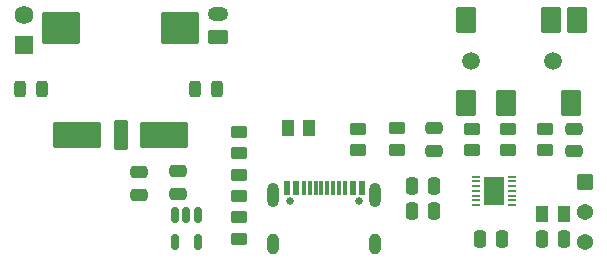
<source format=gbr>
%TF.GenerationSoftware,KiCad,Pcbnew,7.0.7*%
%TF.CreationDate,2024-02-01T23:59:20-06:00*%
%TF.ProjectId,Md-rev-1,4d642d72-6576-42d3-912e-6b696361645f,rev?*%
%TF.SameCoordinates,Original*%
%TF.FileFunction,Soldermask,Top*%
%TF.FilePolarity,Negative*%
%FSLAX46Y46*%
G04 Gerber Fmt 4.6, Leading zero omitted, Abs format (unit mm)*
G04 Created by KiCad (PCBNEW 7.0.7) date 2024-02-01 23:59:20*
%MOMM*%
%LPD*%
G01*
G04 APERTURE LIST*
G04 Aperture macros list*
%AMRoundRect*
0 Rectangle with rounded corners*
0 $1 Rounding radius*
0 $2 $3 $4 $5 $6 $7 $8 $9 X,Y pos of 4 corners*
0 Add a 4 corners polygon primitive as box body*
4,1,4,$2,$3,$4,$5,$6,$7,$8,$9,$2,$3,0*
0 Add four circle primitives for the rounded corners*
1,1,$1+$1,$2,$3*
1,1,$1+$1,$4,$5*
1,1,$1+$1,$6,$7*
1,1,$1+$1,$8,$9*
0 Add four rect primitives between the rounded corners*
20,1,$1+$1,$2,$3,$4,$5,0*
20,1,$1+$1,$4,$5,$6,$7,0*
20,1,$1+$1,$6,$7,$8,$9,0*
20,1,$1+$1,$8,$9,$2,$3,0*%
G04 Aperture macros list end*
%ADD10RoundRect,0.250000X-0.475000X0.250000X-0.475000X-0.250000X0.475000X-0.250000X0.475000X0.250000X0*%
%ADD11RoundRect,0.250000X-0.450000X0.262500X-0.450000X-0.262500X0.450000X-0.262500X0.450000X0.262500X0*%
%ADD12RoundRect,0.250000X-0.250000X-0.475000X0.250000X-0.475000X0.250000X0.475000X-0.250000X0.475000X0*%
%ADD13RoundRect,0.250000X0.450000X-0.262500X0.450000X0.262500X-0.450000X0.262500X-0.450000X-0.262500X0*%
%ADD14RoundRect,0.102000X-0.580000X0.580000X-0.580000X-0.580000X0.580000X-0.580000X0.580000X0.580000X0*%
%ADD15RoundRect,0.243750X0.243750X0.456250X-0.243750X0.456250X-0.243750X-0.456250X0.243750X-0.456250X0*%
%ADD16C,1.500000*%
%ADD17RoundRect,0.102000X-0.750000X1.000000X-0.750000X-1.000000X0.750000X-1.000000X0.750000X1.000000X0*%
%ADD18RoundRect,0.150000X-0.150000X0.512500X-0.150000X-0.512500X0.150000X-0.512500X0.150000X0.512500X0*%
%ADD19C,1.364000*%
%ADD20R,1.117600X1.447800*%
%ADD21RoundRect,0.250000X0.475000X-0.250000X0.475000X0.250000X-0.475000X0.250000X-0.475000X-0.250000X0*%
%ADD22RoundRect,0.102000X-0.689000X-0.689000X0.689000X-0.689000X0.689000X0.689000X-0.689000X0.689000X0*%
%ADD23R,0.711200X0.203200*%
%ADD24R,1.701800X2.387600*%
%ADD25O,1.750000X1.200000*%
%ADD26RoundRect,0.102000X1.905000X1.015000X-1.905000X1.015000X-1.905000X-1.015000X1.905000X-1.015000X0*%
%ADD27RoundRect,0.102000X0.510000X1.145000X-0.510000X1.145000X-0.510000X-1.145000X0.510000X-1.145000X0*%
%ADD28RoundRect,0.102000X1.500000X1.250000X-1.500000X1.250000X-1.500000X-1.250000X1.500000X-1.250000X0*%
%ADD29C,1.582000*%
%ADD30RoundRect,0.250000X0.625000X-0.350000X0.625000X0.350000X-0.625000X0.350000X-0.625000X-0.350000X0*%
%ADD31C,0.650000*%
%ADD32R,0.600000X1.150000*%
%ADD33R,0.300000X1.150000*%
%ADD34O,1.000000X2.100000*%
%ADD35O,1.000000X1.800000*%
G04 APERTURE END LIST*
D10*
%TO.C,C1*%
X144530000Y-118330000D03*
X144530000Y-120230000D03*
%TD*%
D11*
%TO.C,R4*%
X149690000Y-118627500D03*
X149690000Y-120452500D03*
%TD*%
D12*
%TO.C,C3*%
X164310000Y-119610000D03*
X166210000Y-119610000D03*
%TD*%
D13*
%TO.C,R5*%
X149690000Y-124032500D03*
X149690000Y-122207500D03*
%TD*%
D14*
%TO.C,*%
X178940000Y-119260000D03*
%TD*%
D15*
%TO.C,D2*%
X133025000Y-111380000D03*
X131150000Y-111380000D03*
%TD*%
D13*
%TO.C,R3*%
X149690000Y-116822500D03*
X149690000Y-114997500D03*
%TD*%
D16*
%TO.C,J2*%
X176280000Y-109030000D03*
X169280000Y-109030000D03*
D17*
X168880000Y-112530000D03*
X168880000Y-105530000D03*
X172280000Y-112530000D03*
X176080000Y-105530000D03*
X178280000Y-105530000D03*
X177780000Y-112530000D03*
%TD*%
D10*
%TO.C,C5*%
X166200000Y-114710000D03*
X166200000Y-116610000D03*
%TD*%
D13*
%TO.C,R2*%
X163070000Y-116535000D03*
X163070000Y-114710000D03*
%TD*%
D18*
%TO.C,U1*%
X146160000Y-122062500D03*
X145210000Y-122062500D03*
X144260000Y-122062500D03*
X144260000Y-124337500D03*
X146160000Y-124337500D03*
%TD*%
D19*
%TO.C,*%
X178940000Y-124340000D03*
%TD*%
D13*
%TO.C,R8*%
X169360000Y-116552500D03*
X169360000Y-114727500D03*
%TD*%
D20*
%TO.C,FB2*%
X175348300Y-121940000D03*
X177151700Y-121940000D03*
%TD*%
D21*
%TO.C,C2*%
X141170000Y-120310000D03*
X141170000Y-118410000D03*
%TD*%
D22*
%TO.C,*%
X131450000Y-107670000D03*
%TD*%
D12*
%TO.C,C4*%
X164320000Y-121710000D03*
X166220000Y-121710000D03*
%TD*%
D20*
%TO.C,FB1*%
X153778300Y-114670000D03*
X155581700Y-114670000D03*
%TD*%
D23*
%TO.C,U2*%
X169762800Y-118800000D03*
X169762800Y-119199999D03*
X169762800Y-119600001D03*
X169762800Y-120000000D03*
X169762800Y-120399999D03*
X169762800Y-120800001D03*
X169762800Y-121200000D03*
X172760000Y-121200000D03*
X172760000Y-120800001D03*
X172760000Y-120399999D03*
X172760000Y-120000000D03*
X172760000Y-119600001D03*
X172760000Y-119199999D03*
X172760000Y-118800000D03*
D24*
X171261400Y-120000000D03*
%TD*%
D25*
%TO.C,*%
X147850000Y-105000000D03*
%TD*%
D26*
%TO.C,S1*%
X143325000Y-115245000D03*
D27*
X139640000Y-115245000D03*
D26*
X135955000Y-115245000D03*
D28*
X144640000Y-106175000D03*
X134640000Y-106175000D03*
%TD*%
D12*
%TO.C,C8*%
X175290000Y-124060000D03*
X177190000Y-124060000D03*
%TD*%
D29*
%TO.C,*%
X131450000Y-105130000D03*
%TD*%
D30*
%TO.C,*%
X147850000Y-107000000D03*
%TD*%
D15*
%TO.C,D1*%
X147847500Y-111380000D03*
X145972500Y-111380000D03*
%TD*%
D10*
%TO.C,C6*%
X178000000Y-114720000D03*
X178000000Y-116620000D03*
%TD*%
D12*
%TO.C,C7*%
X170070000Y-124060000D03*
X171970000Y-124060000D03*
%TD*%
D19*
%TO.C,*%
X178940000Y-121800000D03*
%TD*%
D31*
%TO.C,J1*%
X154010000Y-120825000D03*
X159790000Y-120825000D03*
D32*
X153700000Y-119750000D03*
X154500000Y-119750000D03*
D33*
X155650000Y-119750000D03*
X156650000Y-119750000D03*
X157150000Y-119750000D03*
X158150000Y-119750000D03*
D32*
X159300000Y-119750000D03*
X160100000Y-119750000D03*
X160100000Y-119750000D03*
X159300000Y-119750000D03*
D33*
X158650000Y-119750000D03*
X157650000Y-119750000D03*
X156150000Y-119750000D03*
X155150000Y-119750000D03*
D32*
X154500000Y-119750000D03*
X153700000Y-119750000D03*
D34*
X152580000Y-120325000D03*
D35*
X152580000Y-124505000D03*
D34*
X161220000Y-120325000D03*
D35*
X161220000Y-124505000D03*
%TD*%
D13*
%TO.C,R6*%
X175600000Y-116572500D03*
X175600000Y-114747500D03*
%TD*%
D11*
%TO.C,R7*%
X172480000Y-114747500D03*
X172480000Y-116572500D03*
%TD*%
D13*
%TO.C,R1*%
X159780000Y-116565000D03*
X159780000Y-114740000D03*
%TD*%
M02*

</source>
